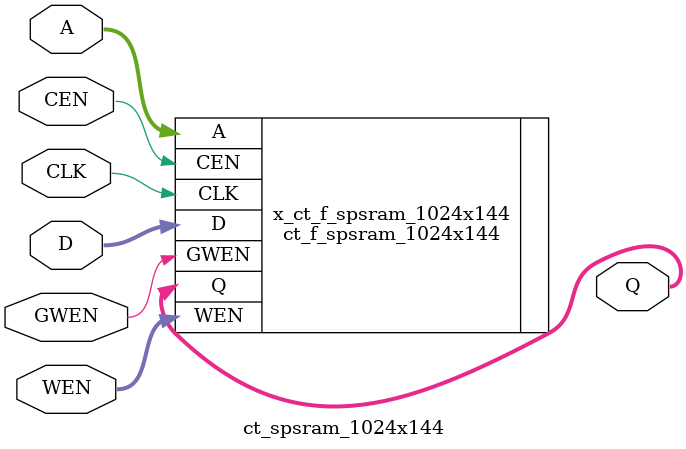
<source format=v>

/*Copyright 2019-2021 T-Head Semiconductor Co., Ltd.

Licensed under the Apache License, Version 2.0 (the "License");
you may not use this file except in compliance with the License.
You may obtain a copy of the License at

    http://www.apache.org/licenses/LICENSE-2.0

Unless required by applicable law or agreed to in writing, software
distributed under the License is distributed on an "AS IS" BASIS,
WITHOUT WARRANTIES OR CONDITIONS OF ANY KIND, either express or implied.
See the License for the specific language governing permissions and
limitations under the License.
*/

// &ModuleBeg; @22
module ct_spsram_1024x144(
  A,
  CEN,
  CLK,
  D,
  GWEN,
  Q,
  WEN
);

// &Ports; @23
input   [9  :0]  A;   
input            CEN; 
input            CLK; 
input   [143:0]  D;   
input            GWEN; 
input   [143:0]  WEN; 
output  [143:0]  Q;   

// &Regs; @24

// &Wires; @25
wire    [9  :0]  A;   
wire             CEN; 
wire             CLK; 
wire    [143:0]  D;   
wire             GWEN; 
wire    [143:0]  Q;   
wire    [143:0]  WEN; 


//**********************************************************
//                  Parameter Definition
//**********************************************************
parameter ADDR_WIDTH = 10;
parameter DATA_WIDTH = 144;
parameter WE_WIDTH   = 144;

// &Force("bus","Q",DATA_WIDTH-1,0); @34
// &Force("bus","WEN",WE_WIDTH-1,0); @35
// &Force("bus","A",ADDR_WIDTH-1,0); @36
// &Force("bus","D",DATA_WIDTH-1,0); @37

  //********************************************************
  //*                        FPGA memory                   *
  //********************************************************
//   &Instance("ct_f_spsram_1024x144"); @43
ct_f_spsram_1024x144  x_ct_f_spsram_1024x144 (
  .A    (A   ),
  .CEN  (CEN ),
  .CLK  (CLK ),
  .D    (D   ),
  .GWEN (GWEN),
  .Q    (Q   ),
  .WEN  (WEN )
);

//   &Instance("ct_tsmc_spsram_1024x144"); @49

// &ModuleEnd; @65
endmodule



</source>
